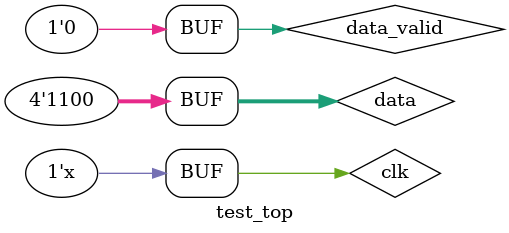
<source format=v>
`timescale 1ns / 1ps


module test_top;

	// Inputs
	reg data_valid;
	reg [3:0] data;
	reg clk;

	// Outputs
	wire [3:0] data_out;
	wire data_valid_out;

	// Instantiate the Unit Under Test (UUT)
	top uut (
		.data_out(data_out), 
		.data_valid_out(data_valid_out), 
		.data_valid(data_valid), 
		.data(data), 
		.clk(clk)
	);

	initial begin
		// Initialize Inputs
		data_valid = 0;
		data = 4'b1011;
		clk = 0;
		#100;
		data_valid = 1;
		data = 4'b1011;
		#10 data_valid =0;
		#100;
		data_valid = 1;
		data = 4'b1111;
		#10 data_valid =0;
		#100;
		data_valid = 1;
		data = 4'b1000;
		#10 data_valid =0;
		#100;		
		data_valid = 1;
		data = 4'b1001;
		#10 data_valid =0;
		#100;	
		data_valid=0;
		data=4'b1100;
	end
     always #5 clk<=~clk; 
endmodule


</source>
